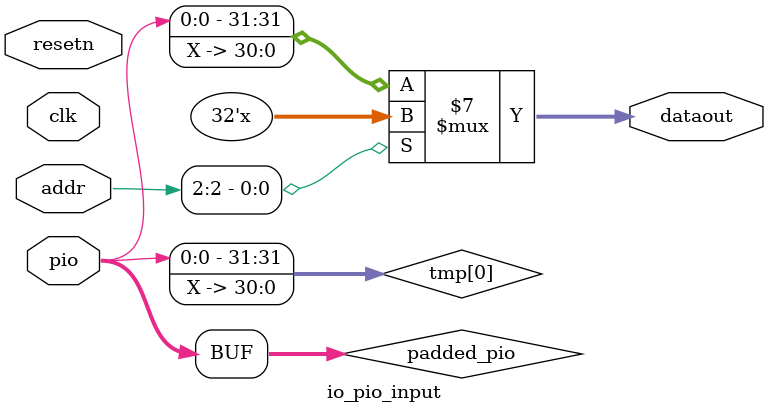
<source format=v>
module io_pio_input(clk, resetn, addr, dataout, pio);
parameter WIDTH = 0;
parameter GROUP = 1;
localparam PADDING = (WIDTH % 32 == 0) ? 0 : (32 - WIDTH % 32);

input clk, resetn;
input [7:0] addr;
output [31:0] dataout;
input [(WIDTH-1):0] pio;

reg [31:0] dataout;
wire [(WIDTH+PADDING-1):0] padded_pio = { {PADDING{1'b0}}, pio };
wire [31:0] tmp[WIDTH / GROUP + (WIDTH - 1) / 32 + 1];

genvar i;
generate
	for (i = 0; i < WIDTH / GROUP; i = i + 1) begin: tmp_assign
		assign tmp[i] = pio[((i + 1) * GROUP - 1):(i * GROUP)];
	end
endgenerate

generate
	for (i = WIDTH / GROUP; i < WIDTH / GROUP + (WIDTH - 1) / 32 + 1; i = i + 1) begin: batch_assign
		assign tmp[i] = padded_pio[((i - WIDTH / GROUP + 1) * 32 - 1):((i - WIDTH / GROUP) * 32)];
	end
endgenerate

assign dataout = tmp[addr[7:2]];

endmodule

</source>
